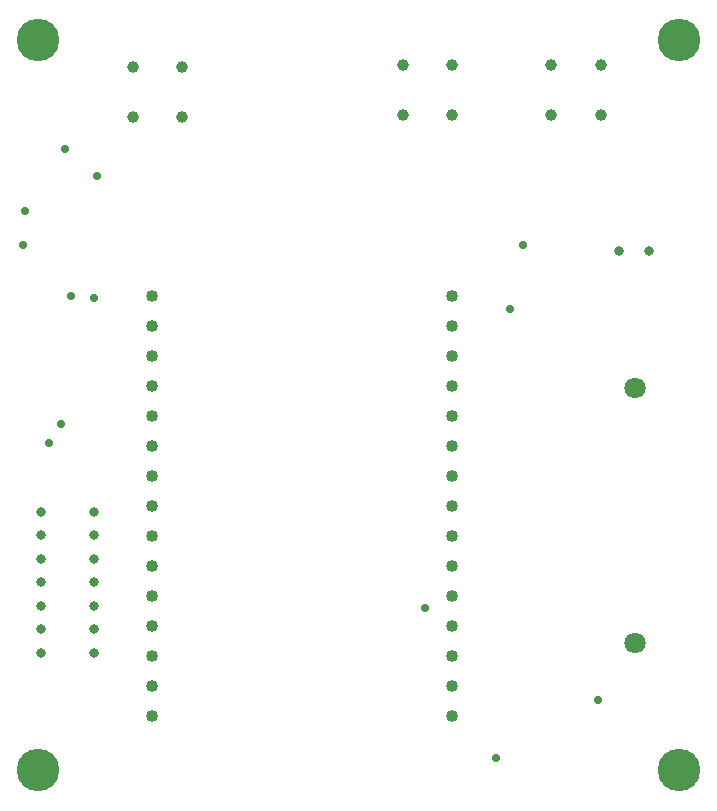
<source format=gbr>
%FSLAX23Y23*%
%MOIN*%
%SFA1B1*%

%IPPOS*%
%ADD47C,0.040157*%
%ADD48C,0.070866*%
%ADD49C,0.031496*%
%ADD50C,0.031496*%
%ADD51C,0.039370*%
%ADD52C,0.141732*%
%ADD53C,0.141732*%
%ADD54C,0.141732*%
%ADD55C,0.141732*%
%ADD56C,0.028000*%
%LNecu_freio_2024_equipe_imperador_pth_drill-1*%
%LPD*%
G54D47*
X3200Y3775D03*
Y3675D03*
Y3575D03*
Y3475D03*
Y3375D03*
Y3275D03*
Y3175D03*
Y3075D03*
Y2975D03*
Y2875D03*
Y2775D03*
Y2675D03*
Y2575D03*
Y2475D03*
Y2375D03*
X4200Y3775D03*
Y3675D03*
Y3575D03*
Y3475D03*
Y3375D03*
Y3275D03*
Y3175D03*
Y3075D03*
Y2975D03*
Y2875D03*
Y2775D03*
Y2675D03*
Y2575D03*
Y2475D03*
Y2375D03*
G54D48*
X4810Y2620D03*
Y3470D03*
G54D49*
X4855Y3925D03*
X4755D03*
G54D50*
X3005Y2585D03*
Y3058D03*
Y2665D03*
Y2743D03*
Y2822D03*
Y2901D03*
Y2979D03*
X2830Y2585D03*
Y3058D03*
Y2665D03*
Y2743D03*
Y2822D03*
Y2901D03*
Y2979D03*
G54D51*
X4035Y4545D03*
Y4380D03*
X4200Y4545D03*
Y4380D03*
X3134Y4540D03*
Y4374D03*
X3300Y4540D03*
Y4374D03*
X4529Y4545D03*
Y4380D03*
X4695Y4545D03*
Y4380D03*
G54D52*
X4955Y4630D03*
G54D53*
X4955Y2195D03*
G54D54*
X2820Y2195D03*
G54D55*
X2820Y4630D03*
G54D56*
X2855Y3285D03*
X4685Y2430D03*
X4392Y3732D03*
X4110Y2735D03*
X2770Y3945D03*
X2775Y4060D03*
X2930Y3775D03*
X3005Y3770D03*
X3015Y4175D03*
X2910Y4265D03*
X4345Y2235D03*
X2895Y3350D03*
X4435Y3947D03*
M02*
</source>
